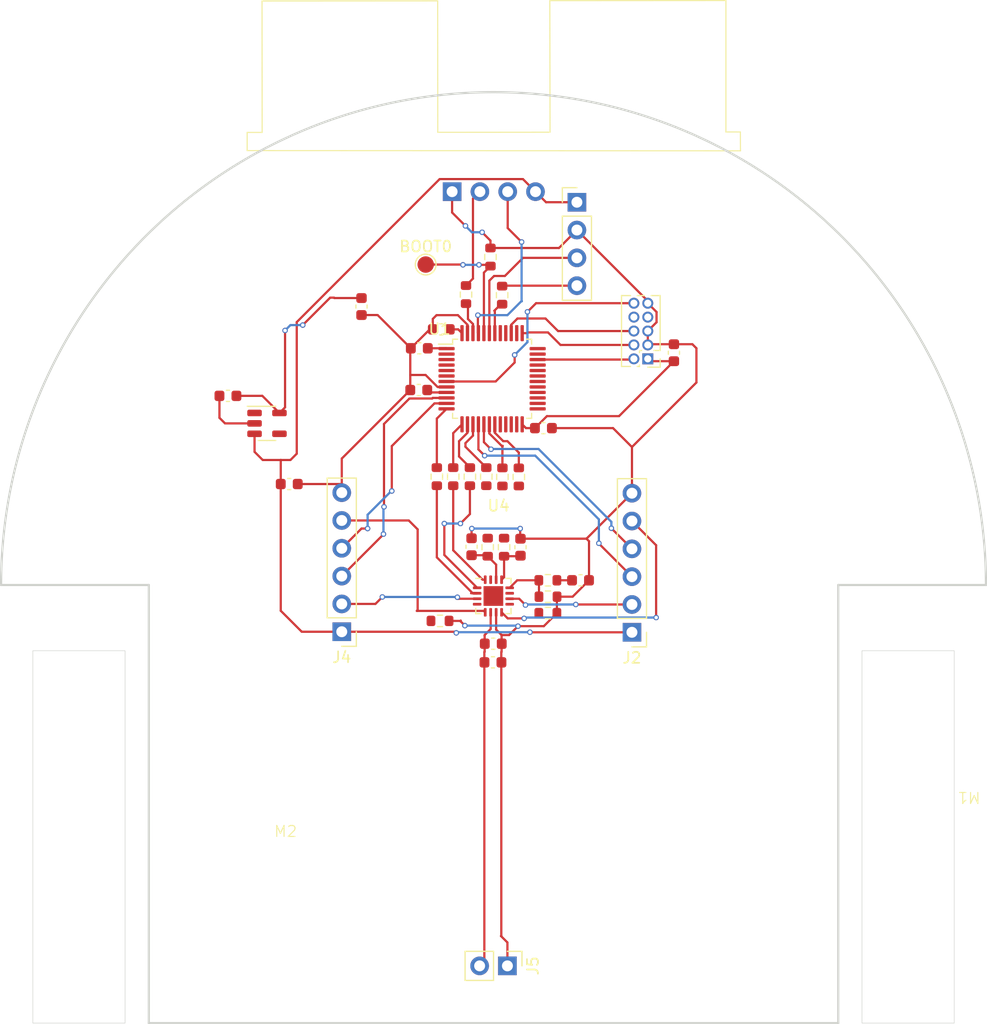
<source format=kicad_pcb>
(kicad_pcb (version 20221018) (generator pcbnew)
  (layers (0 "F.Cu" signal) (31 "B.Cu" signal) (34 "B.Paste" user) (35 "F.Paste" user) (36 "B.SilkS" user "B.Silkscreen") (37 "F.SilkS" user "F.Silkscreen") (38 "B.Mask" user) (39 "F.Mask" user) (44 "Edge.Cuts" user))
  (net 0 "")
  (net 1 "+3.3V")
  (net 2 "GND")
  (net 3 "+BATT")
  (net 4 "Net-(C9-Pad1)")
  (net 5 "/mcu/IN_B2")
  (net 6 "/motorA/MA")
  (net 7 "/mcu/BOOT0")
  (net 8 "Net-(U1-PA2)")
  (net 9 "/mcu/TIM15_CH1")
  (net 10 "Net-(U1-PA3)")
  (net 11 "/mcu/TIM15_CH2")
  (net 12 "Net-(U1-PA4)")
  (net 13 "/mcu/OUT_A4")
  (net 14 "Net-(U1-PA5)")
  (net 15 "/mcu/OUT_A5")
  (net 16 "/mcu/OUT_B0")
  (net 17 "Net-(U1-PB0)")
  (net 18 "/mcu/OUT_B1")
  (net 19 "Net-(U1-PB1)")
  (net 20 "Net-(U1-PB6)")
  (net 21 "/mcu/OUT_B9")
  (net 22 "Net-(U1-PB9)")
  (net 23 "/mcu/TIM3_CH1")
  (net 24 "/mcu/TIM2_CH1")
  (net 25 "/mcu/TIM3_CH2")
  (net 26 "/mcu/TIM2_CH2")
  (net 27 "/mcu/TIM8_CH2")
  (net 33 "/mcu/~{RESET}")
  (net 45 "/mcu/SWDIO")
  (net 48 "/mcu/SWDCLK")
  (net 50 "/mcu/SWO")
  (net 55 "/motorA/MB")
  (net 56 "/external_uart/EXT_UART_TX")
  (net 57 "/external_uart/EXT_UART_RX")
  (net 58 "/motorB/MA")
  (net 59 "/motorB/MB")
  (net 60 "Net-(U4-TOFF)")
  (net 61 "Net-(U4-SENSEB)")
  (net 62 "Net-(U4-SENSEA)")
  (footprint "Package_QFP:LQFP-48_7x7mm_P0.5mm" (layer "F.Cu") (at 149.8699 81.1666)
    (fp_text reference "U1")
    (fp_text value "STM32F030C8Tx" hide)
  )
  (footprint "Resistor_SMD:R_0603_1608Metric" (layer "F.Cu") (at 149.7206 70.0534 90)
    (fp_text reference "R1" hide)
    (fp_text value "10k" hide)
  )
  (footprint "minimouse:N20_with_encoder" (layer "F.Cu") (at 131 123)
    (fp_text reference "M2")
    (fp_text value "N20_encoder")
    (fp_rect (start -23.1 -17) (end -14.67 17) (stroke (width 0.05)) (fill none) (layer "Edge.Cuts"))
  )
  (footprint "Resistor_SMD:R_0603_1608Metric" (layer "F.Cu") (at 154.9662 99.5682)
    (fp_text reference "R10" hide)
    (fp_text value "10k" hide)
  )
  (footprint "TestPoint:TestPoint_Pad_D1.5mm" (layer "F.Cu") (at 143.8024 70.7392)
    (fp_text reference "BOOT0")
    (fp_text value "TestPoint")
  )
  (footprint "Resistor_SMD:R_0603_1608Metric" (layer "F.Cu") (at 147.841 90.1072 -90)
    (fp_text reference "R4" hide)
    (fp_text value "100" hide)
  )
  (footprint "Capacitor_SMD:C_0603_1608Metric" (layer "F.Cu") (at 154.559 85.6744)
    (fp_text reference "C4" hide)
    (fp_text value "0.1uF" hide)
  )
  (footprint "Resistor_SMD:R_0603_1608Metric" (layer "F.Cu") (at 147.4854 73.4824 -90)
    (fp_text reference "R9" hide)
    (fp_text value "100" hide)
  )
  (footprint "Package_DFN_QFN:VQFN-16-1EP_3x3mm_P0.5mm_EP1.8x1.8mm" (layer "F.Cu") (at 149.9889 101.004)
    (fp_text reference "U4")
    (fp_text value "STSPIN240" hide)
  )
  (footprint "Capacitor_SMD:C_0603_1608Metric" (layer "F.Cu") (at 147.9934 96.5072 90)
    (fp_text reference "C11" hide)
    (fp_text value "1n")
  )
  (footprint "Resistor_SMD:R_0603_1608Metric" (layer "F.Cu") (at 145.11 103.2766)
    (fp_text reference "R13" hide)
    (fp_text value "330m" hide)
  )
  (footprint "Capacitor_SMD:C_0603_1608Metric" (layer "F.Cu") (at 149.9492 107.0612)
    (fp_text reference "C14" hide)
    (fp_text value "22u" hide)
  )
  (footprint "minimouse:HC-SR04" (layer "F.Cu") (at 150.0254 64.0844)
    (fp_text reference "U2" hide)
    (fp_text value "HC-SR04" hide)
  )
  (footprint "Capacitor_SMD:C_0603_1608Metric" (layer "F.Cu") (at 143.2182 78.3846 180)
    (fp_text reference "C5" hide)
    (fp_text value "0.1uF" hide)
  )
  (footprint "minimouse:N20_with_encoder" (layer "F.Cu") (at 169 123 180)
    (fp_text reference "M1")
    (fp_text value "N20_encoder")
    (fp_rect (start -23.1 -17) (end -14.67 17) (stroke (width 0.05)) (fill none) (layer "Edge.Cuts"))
  )
  (footprint "Connector_PinHeader_2.54mm:PinHeader_1x02_P2.54mm_Vertical" (layer "F.Cu") (at 151.27 134.775 -90)
    (fp_text reference "J5")
    (fp_text value "Conn_01x02")
  )
  (footprint "Resistor_SMD:R_0603_1608Metric" (layer "F.Cu") (at 150.9652 96.5456 -90)
    (fp_text reference "R14" hide)
    (fp_text value "18k" hide)
  )
  (footprint "Capacitor_SMD:C_0603_1608Metric" (layer "F.Cu") (at 143.1674 82.1946 180)
    (fp_text reference "C3" hide)
    (fp_text value "0.1uF" hide)
  )
  (footprint "Capacitor_SMD:C_0603_1608Metric" (layer "F.Cu") (at 152.4638 96.5456 -90)
    (fp_text reference "C10" hide)
    (fp_text value "10u" hide)
  )
  (footprint "Resistor_SMD:R_0603_1608Metric" (layer "F.Cu") (at 150.7874 73.5332 -90)
    (fp_text reference "R8" hide)
    (fp_text value "100" hide)
  )
  (footprint "Resistor_SMD:R_0603_1608Metric" (layer "F.Cu") (at 152.3114 90.1326 90)
    (fp_text reference "R7" hide)
    (fp_text value "100" hide)
  )
  (footprint "Resistor_SMD:R_0603_1608Metric" (layer "F.Cu") (at 144.8184 90.1072 -90)
    (fp_text reference "R2" hide)
    (fp_text value "100" hide)
  )
  (footprint "Capacitor_SMD:C_0603_1608Metric" (layer "F.Cu") (at 149.9746 105.3594)
    (fp_text reference "C12" hide)
    (fp_text value "2.2u" hide)
  )
  (footprint "Package_TO_SOT_SMD:SOT-23-5" (layer "F.Cu") (at 129.299 85.2426)
    (fp_text reference "U5" hide)
    (fp_text value "LP5907MFX-3.3" hide)
  )
  (footprint "Resistor_SMD:R_0603_1608Metric" (layer "F.Cu") (at 146.317 90.1072 -90)
    (fp_text reference "R3" hide)
    (fp_text value "100" hide)
  )
  (footprint "Capacitor_SMD:C_0603_1608Metric" (layer "F.Cu") (at 131.331 90.7798 180)
    (fp_text reference "C7" hide)
    (fp_text value "1uF" hide)
  )
  (footprint "Capacitor_SMD:C_0603_1608Metric" (layer "F.Cu") (at 125.73 82.728 180)
    (fp_text reference "C2" hide)
    (fp_text value "0.1uF" hide)
  )
  (footprint "Capacitor_SMD:C_0603_1608Metric" (layer "F.Cu") (at 166.4846 78.791 90)
    (fp_text reference "C1" hide)
    (fp_text value "2.2uF" hide)
  )
  (footprint "Resistor_SMD:R_0603_1608Metric" (layer "F.Cu") (at 149.3396 90.1072 -90)
    (fp_text reference "R5" hide)
    (fp_text value "100" hide)
  )
  (footprint "Connector_PinHeader_2.54mm:PinHeader_1x04_P2.54mm_Vertical" (layer "F.Cu") (at 157.62 65.0496)
    (fp_text reference "J3" hide)
    (fp_text value "Conn_01x04" hide)
  )
  (footprint "Connector_PinHeader_1.27mm:PinHeader_2x05_P1.27mm_Vertical" (layer "F.Cu") (at 164.097 79.3498 180)
    (fp_text reference "J1" hide)
    (fp_text value "Conn_ARM_JTAG_SWD_10" hide)
  )
  (footprint "Resistor_SMD:R_0603_1608Metric" (layer "F.Cu") (at 154.9784 101.0668)
    (fp_text reference "R11" hide)
    (fp_text value "47k" hide)
  )
  (footprint "Capacitor_SMD:C_0603_1608Metric" (layer "F.Cu") (at 145.2248 76.6574)
    (fp_text reference "C8" hide)
    (fp_text value "1uF" hide)
  )
  (footprint "Capacitor_SMD:C_0603_1608Metric" (layer "F.Cu") (at 137.935 74.5746 -90)
    (fp_text reference "C6" hide)
    (fp_text value "2.2uF" hide)
  )
  (footprint "Capacitor_SMD:C_0603_1608Metric" (layer "F.Cu") (at 157.9504 99.5682)
    (fp_text reference "C9" hide)
    (fp_text value "22u" hide)
  )
  (footprint "Connector_PinHeader_2.54mm:PinHeader_1x06_P2.54mm_Vertical" (layer "F.Cu") (at 162.6492 104.318 180)
    (fp_text reference "J2")
    (fp_text value "Conn_01x06")
  )
  (footprint "Resistor_SMD:R_0603_1608Metric" (layer "F.Cu") (at 154.9652 102.5654)
    (fp_text reference "R12" hide)
    (fp_text value "330m" hide)
  )
  (footprint "Connector_PinHeader_2.54mm:PinHeader_1x06_P2.54mm_Vertical" (layer "F.Cu") (at 136.1316 104.2672 180)
    (fp_text reference "J4")
    (fp_text value "Conn_01x06")
  )
  (footprint "Resistor_SMD:R_0603_1608Metric" (layer "F.Cu") (at 149.4666 96.5456 -90)
    (fp_text reference "R15" hide)
    (fp_text value "18k" hide)
  )
  (footprint "Resistor_SMD:R_0603_1608Metric" (layer "F.Cu") (at 150.8128 90.1326 90)
    (fp_text reference "R6" hide)
    (fp_text value "100" hide)
  )
  (gr_arc (start 105 100) (mid 150 55) (end 195 100) (stroke (width 0.2)) (layer "Edge.Cuts"))
  (gr_line (start 181.5 140) (end 118.5 140) (stroke (width 0.2)) (layer "Edge.Cuts"))
  (gr_line (start 118.5 100) (end 105 100) (stroke (width 0.2)) (layer "Edge.Cuts"))
  (gr_line (start 181.5 100) (end 181.5 140) (stroke (width 0.2)) (layer "Edge.Cuts"))
  (gr_line (start 195 100) (end 181.5 100) (stroke (width 0.2)) (layer "Edge.Cuts"))
  (gr_line (start 118.5 140) (end 118.5 100) (stroke (width 0.2)) (layer "Edge.Cuts"))
  (segment (start 152.9652 85.6744) (end 152.6199 85.3291) (width 0.2) (layer "F.Cu") (net 1))
  (segment (start 135.4582 73.7996) (end 135.4204 73.7618) (width 0.2) (layer "F.Cu") (net 1))
  (segment (start 137.935 73.7996) (end 135.4582 73.7996) (width 0.2) (layer "F.Cu") (net 1))
  (segment (start 143.9932 78.3846) (end 145.6754 78.3846) (width 0.2) (layer "F.Cu") (net 1))
  (segment (start 145.7074 82.4166) (end 144.1644 82.4166) (width 0.2) (layer "F.Cu") (net 1))
  (segment (start 164.3132 79.566) (end 164.097 79.3498) (width 0.2) (layer "F.Cu") (net 1))
  (segment (start 161.4684 84.5822) (end 154.8762 84.5822) (width 0.2) (layer "F.Cu") (net 1))
  (segment (start 153.784 85.6744) (end 152.9652 85.6744) (width 0.2) (layer "F.Cu") (net 1))
  (segment (start 166.4846 79.566) (end 164.3132 79.566) (width 0.2) (layer "F.Cu") (net 1))
  (segment (start 135.072899 73.7618) (end 132.5663 76.268399) (width 0.2) (layer "F.Cu") (net 1))
  (segment (start 144.1644 82.4166) (end 143.9424 82.1946) (width 0.2) (layer "F.Cu") (net 1))
  (segment (start 145.6754 78.3846) (end 145.7074 78.4166) (width 0.2) (layer "F.Cu") (net 1))
  (segment (start 145.9998 76.6574) (end 146.7732 76.6574) (width 0.2) (layer "F.Cu") (net 1))
  (segment (start 128.8719 82.728) (end 130.4365 84.2926) (width 0.2) (layer "F.Cu") (net 1))
  (segment (start 126.505 82.728) (end 128.8719 82.728) (width 0.2) (layer "F.Cu") (net 1))
  (segment (start 130.95 83.7791) (end 130.4365 84.2926) (width 0.2) (layer "F.Cu") (net 1))
  (segment (start 130.95 76.759) (end 130.95 83.7791) (width 0.2) (layer "F.Cu") (net 1))
  (segment (start 145.7008 82.4232) (end 145.7074 82.4166) (width 0.2) (layer "F.Cu") (net 1))
  (segment (start 166.4846 79.566) (end 161.4684 84.5822) (width 0.2) (layer "F.Cu") (net 1))
  (segment (start 146.7732 76.6574) (end 147.1199 77.0041) (width 0.2) (layer "F.Cu") (net 1))
  (segment (start 154.8762 84.5822) (end 153.784 85.6744) (width 0.2) (layer "F.Cu") (net 1))
  (segment (start 135.4204 73.7618) (end 135.072899 73.7618) (width 0.2) (layer "F.Cu") (net 1))
  (via (at 130.95 76.759) (size 0.5) (drill 0.3) (layers "F.Cu" "B.Cu") (net 1))
  (via (at 132.5663 76.268399) (size 0.5) (drill 0.3) (layers "F.Cu" "B.Cu") (net 1))
  (segment (start 132.5663 76.268399) (end 131.440601 76.268399) (width 0.2) (layer "B.Cu") (net 1))
  (segment (start 131.440601 76.268399) (end 130.95 76.759) (width 0.2) (layer "B.Cu") (net 1))
  (segment (start 157.62 67.5896) (end 164.097 74.0666) (width 0.2) (layer "F.Cu") (net 2))
  (segment (start 144.4498 76.6574) (end 144.1704 76.6574) (width 0.2) (layer "F.Cu") (net 2))
  (segment (start 155.7902 102.5654) (end 155.7902 101.08) (width 0.2) (layer "F.Cu") (net 2))
  (segment (start 150.7372 106.0954) (end 150.7112 106.1214) (width 0.2) (layer "F.Cu") (net 2))
  (segment (start 143.794496 80.823) (end 142.3924 80.823) (width 0.2) (layer "F.Cu") (net 2))
  (segment (start 142.3924 82.1946) (end 136.1316 88.4554) (width 0.2) (layer "F.Cu") (net 2))
  (segment (start 158.7254 99.5682) (end 158.7254 95.9994) (width 0.2) (layer "F.Cu") (net 2))
  (segment (start 142.3924 78.4354) (end 142.4432 78.3846) (width 0.2) (layer "F.Cu") (net 2))
  (segment (start 150.7112 132.0294) (end 150.7112 106.1214) (width 0.2) (layer "F.Cu") (net 2))
  (segment (start 164.897 75.0698) (end 164.097 74.2698) (width 0.2) (layer "F.Cu") (net 2))
  (segment (start 149.7206 69.2284) (end 155.9812 69.2284) (width 0.2) (layer "F.Cu") (net 2))
  (segment (start 150.7372 104.572) (end 150.7372 106.0954) (width 0.2) (layer "F.Cu") (net 2))
  (segment (start 150.7372 104.572) (end 150.2389 104.0737) (width 0.2) (layer "F.Cu") (net 2))
  (segment (start 132.106 90.7798) (end 136.0808 90.7798) (width 0.2) (layer "F.Cu") (net 2))
  (segment (start 150.2389 104.0737) (end 150.2389 102.4915) (width 0.2) (layer "F.Cu") (net 2))
  (segment (start 146.9774 103.2766) (end 145.935 103.2766) (width 0.2) (layer "F.Cu") (net 2))
  (segment (start 166.4846 78.016) (end 164.1608 78.016) (width 0.2) (layer "F.Cu") (net 2))
  (segment (start 168.542 81.5088) (end 162.6492 87.4016) (width 0.2) (layer "F.Cu") (net 2))
  (segment (start 146.74771 75.362) (end 147.6199 76.23419) (width 0.2) (layer "F.Cu") (net 2))
  (segment (start 158.4966 95.7706) (end 162.6492 91.618) (width 0.2) (layer "F.Cu") (net 2))
  (segment (start 160.922 85.6744) (end 155.334 85.6744) (width 0.2) (layer "F.Cu") (net 2))
  (segment (start 139.4082 75.3496) (end 142.4432 78.3846) (width 0.2) (layer "F.Cu") (net 2))
  (segment (start 144.4498 76.6574) (end 144.4498 75.7052) (width 0.2) (layer "F.Cu") (net 2))
  (segment (start 146.2154 65.9894) (end 146.2154 64.0844) (width 0.2) (layer "F.Cu") (net 2))
  (segment (start 147.9934 95.7322) (end 147.9934 94.8692) (width 0.2) (layer "F.Cu") (net 2))
  (segment (start 125.4636 85.2426) (end 128.1615 85.2426) (width 0.2) (layer "F.Cu") (net 2))
  (segment (start 149.7206 69.2284) (end 149.7206 68.5548) (width 0.2) (layer "F.Cu") (net 2))
  (segment (start 158.7254 99.5682) (end 157.2268 101.0668) (width 0.2) (layer "F.Cu") (net 2))
  (segment (start 136.0808 90.7798) (end 136.1316 90.8306) (width 0.2) (layer "F.Cu") (net 2))
  (segment (start 155.9812 69.2284) (end 157.62 67.5896) (width 0.2) (layer "F.Cu") (net 2))
  (segment (start 158.7254 95.9994) (end 158.4966 95.7706) (width 0.2) (layer "F.Cu") (net 2))
  (segment (start 144.793 75.362) (end 146.74771 75.362) (width 0.2) (layer "F.Cu") (net 2))
  (segment (start 151.27 132.639) (end 150.6858 132.0548) (width 0.2) (layer "F.Cu") (net 2))
  (segment (start 154.5964 103.7592) (end 155.7902 102.5654) (width 0.2) (layer "F.Cu") (net 2))
  (segment (start 155.7902 101.08) (end 155.8034 101.0668) (width 0.2) (layer "F.Cu") (net 2))
  (segment (start 149.7206 68.5548) (end 148.9586 67.7928) (width 0.2) (layer "F.Cu") (net 2))
  (segment (start 152.2352 103.7592) (end 154.5964 103.7592) (width 0.2) (layer "F.Cu") (net 2))
  (segment (start 157.2268 101.0668) (end 155.8034 101.0668) (width 0.2) (layer "F.Cu") (net 2))
  (segment (start 164.1608 78.016) (end 164.097 78.0798) (width 0.2) (layer "F.Cu") (net 2))
  (segment (start 144.888096 81.9166) (end 143.794496 80.823) (width 0.2) (layer "F.Cu") (net 2))
  (segment (start 164.097 76.8098) (end 164.897 76.0098) (width 0.2) (layer "F.Cu") (net 2))
  (segment (start 166.4846 78.016) (end 168.1734 78.016) (width 0.2) (layer "F.Cu") (net 2))
  (segment (start 145.7074 81.9166) (end 144.888096 81.9166) (width 0.2) (layer "F.Cu") (net 2))
  (segment (start 152.4638 95.7706) (end 158.4966 95.7706) (width 0.2) (layer "F.Cu") (net 2))
  (segment (start 151.4224 104.572) (end 152.2352 103.7592) (width 0.2) (layer "F.Cu") (net 2))
  (segment (start 164.097 78.0798) (end 164.097 76.8098) (width 0.2) (layer "F.Cu") (net 2))
  (segment (start 152.4384 95.7452) (end 152.4638 95.7706) (width 0.2) (layer "F.Cu") (net 2))
  (segment (start 162.6492 91.618) (end 162.6492 87.4016) (width 0.2) (layer "F.Cu") (net 2))
  (segment (start 142.3924 82.1946) (end 142.3924 80.823) (width 0.2) (layer "F.Cu") (net 2))
  (segment (start 124.955 82.728) (end 124.955 84.734) (width 0.2) (layer "F.Cu") (net 2))
  (segment (start 162.6492 87.4016) (end 160.922 85.6744) (width 0.2) (layer "F.Cu") (net 2))
  (segment (start 124.955 84.734) (end 125.4636 85.2426) (width 0.2) (layer "F.Cu") (net 2))
  (segment (start 147.9934 94.8692) (end 148.0188 94.8438) (width 0.2) (layer "F.Cu") (net 2))
  (segment (start 164.897 76.0098) (end 164.897 75.0698) (width 0.2) (layer "F.Cu") (net 2))
  (segment (start 144.4498 75.7052) (end 144.793 75.362) (width 0.2) (layer "F.Cu") (net 2))
  (segment (start 147.4346 67.2086) (end 146.2154 65.9894) (width 0.2) (layer "F.Cu") (net 2))
  (segment (start 150.6858 132.0548) (end 150.7112 132.0294) (width 0.2) (layer "F.Cu") (net 2))
  (segment (start 136.1316 88.4554) (end 136.1316 91.5672) (width 0.2) (layer "F.Cu") (net 2))
  (segment (start 144.1704 76.6574) (end 142.4432 78.3846) (width 0.2) (layer "F.Cu") (net 2))
  (segment (start 168.1734 78.016) (end 168.542 78.3846) (width 0.2) (layer "F.Cu") (net 2))
  (segment (start 152.4384 94.8438) (end 152.4384 95.7452) (width 0.2) (layer "F.Cu") (net 2))
  (segment (start 137.935 75.3496) (end 139.4082 75.3496) (width 0.2) (layer "F.Cu") (net 2))
  (segment (start 147.0028 103.2512) (end 146.9774 103.2766) (width 0.2) (layer "F.Cu") (net 2))
  (segment (start 164.097 74.0666) (end 164.097 74.2698) (width 0.2) (layer "F.Cu") (net 2))
  (segment (start 147.0028 103.3274) (end 147.0028 103.2512) (width 0.2) (layer "F.Cu") (net 2))
  (segment (start 147.6199 76.23419) (end 147.6199 77.0041) (width 0.2) (layer "F.Cu") (net 2))
  (segment (start 142.3924 80.823) (end 142.3924 78.4354) (width 0.2) (layer "F.Cu") (net 2))
  (segment (start 168.542 78.3846) (end 168.542 81.5088) (width 0.2) (layer "F.Cu") (net 2))
  (segment (start 150.7372 104.572) (end 151.4224 104.572) (width 0.2) (layer "F.Cu") (net 2))
  (segment (start 147.3838 103.7084) (end 147.0028 103.3274) (width 0.2) (layer "F.Cu") (net 2))
  (segment (start 151.27 134.775) (end 151.27 132.639) (width 0.2) (layer "F.Cu") (net 2))
  (via (at 147.3838 103.7084) (size 0.5) (drill 0.3) (layers "F.Cu" "B.Cu") (net 2))
  (via (at 152.4384 94.8438) (size 0.5) (drill 0.3) (layers "F.Cu" "B.Cu") (net 2))
  (via (at 148.0188 94.8438) (size 0.5) (drill 0.3) (layers "F.Cu" "B.Cu") (net 2))
  (via (at 152.2352 103.7592) (size 0.5) (drill 0.3) (layers "F.Cu" "B.Cu") (net 2))
  (via (at 147.4346 67.2086) (size 0.5) (drill 0.3) (layers "F.Cu" "B.Cu") (net 2))
  (via (at 148.9586 67.7928) (size 0.5) (drill 0.3) (layers "F.Cu" "B.Cu") (net 2))
  (segment (start 148.0188 94.8438) (end 152.4384 94.8438) (width 0.2) (layer "B.Cu") (net 2))
  (segment (start 148.9586 67.7928) (end 148.0188 67.7928) (width 0.2) (layer "B.Cu") (net 2))
  (segment (start 148.0188 67.7928) (end 147.4346 67.2086) (width 0.2) (layer "B.Cu") (net 2))
  (segment (start 147.3838 103.7084) (end 152.1844 103.7084) (width 0.2) (layer "B.Cu") (net 2))
  (segment (start 152.1844 103.7084) (end 152.2352 103.7592) (width 0.2) (layer "B.Cu") (net 2))
  (segment (start 128.1615 86.1926) (end 128.1615 87.8389) (width 0.2) (layer "F.Cu") (net 3))
  (segment (start 157.62 65.0496) (end 154.8006 65.0496) (width 0.2) (layer "F.Cu") (net 3))
  (segment (start 130.556 102.3492) (end 130.556 90.7798) (width 0.2) (layer "F.Cu") (net 3))
  (segment (start 136.1316 104.2672) (end 132.474 104.2672) (width 0.2) (layer "F.Cu") (net 3))
  (segment (start 153.8354 64.0844) (end 152.6854 62.9344) (width 0.2) (layer "F.Cu") (net 3))
  (segment (start 153.3362 104.318) (end 162.6492 104.318) (width 0.2) (layer "F.Cu") (net 3))
  (segment (start 136.1316 104.2672) (end 146.4948 104.2672) (width 0.2) (layer "F.Cu") (net 3))
  (segment (start 132.0168 88.0112) (end 131.4409 88.5871) (width 0.2) (layer "F.Cu") (net 3))
  (segment (start 149.1872 104.572) (end 149.7389 104.0203) (width 0.2) (layer "F.Cu") (net 3))
  (segment (start 128.9097 88.5871) (end 130.556 88.5871) (width 0.2) (layer "F.Cu") (net 3))
  (segment (start 149.1872 106.0954) (end 149.1612 106.1214) (width 0.2) (layer "F.Cu") (net 3))
  (segment (start 145.0794 62.9344) (end 132.0168 75.997) (width 0.2) (layer "F.Cu") (net 3))
  (segment (start 149.1612 134.3438) (end 148.73 134.775) (width 0.2) (layer "F.Cu") (net 3))
  (segment (start 154.8006 65.0496) (end 153.8354 64.0844) (width 0.2) (layer "F.Cu") (net 3))
  (segment (start 149.1872 104.572) (end 149.1872 106.0954) (width 0.2) (layer "F.Cu") (net 3))
  (segment (start 152.6854 62.9344) (end 145.0794 62.9344) (width 0.2) (layer "F.Cu") (net 3))
  (segment (start 146.4948 104.2672) (end 146.5964 104.3688) (width 0.2) (layer "F.Cu") (net 3))
  (segment (start 131.4409 88.5871) (end 130.556 88.5871) (width 0.2) (layer "F.Cu") (net 3))
  (segment (start 149.1612 106.1214) (end 149.1612 134.3438) (width 0.2) (layer "F.Cu") (net 3))
  (segment (start 149.7389 104.0203) (end 149.7389 102.4915) (width 0.2) (layer "F.Cu") (net 3))
  (segment (start 153.3274 104.3092) (end 153.3362 104.318) (width 0.2) (layer "F.Cu") (net 3))
  (segment (start 130.556 88.5871) (end 130.556 90.7798) (width 0.2) (layer "F.Cu") (net 3))
  (segment (start 132.474 104.2672) (end 130.556 102.3492) (width 0.2) (layer "F.Cu") (net 3))
  (segment (start 128.1615 87.8389) (end 128.9097 88.5871) (width 0.2) (layer "F.Cu") (net 3))
  (segment (start 132.0168 75.997) (end 132.0168 88.0112) (width 0.2) (layer "F.Cu") (net 3))
  (via (at 146.5964 104.3688) (size 0.5) (drill 0.3) (layers "F.Cu" "B.Cu") (net 3))
  (via (at 153.3274 104.3092) (size 0.5) (drill 0.3) (layers "F.Cu" "B.Cu") (net 3))
  (segment (start 146.656 104.3092) (end 146.5964 104.3688) (width 0.2) (layer "B.Cu") (net 3))
  (segment (start 153.3274 104.3092) (end 146.656 104.3092) (width 0.2) (layer "B.Cu") (net 3))
  (segment (start 155.7912 99.5682) (end 157.1754 99.5682) (width 0.2) (layer "F.Cu") (net 4))
  (segment (start 150.9652 97.3706) (end 150.9652 99.2902) (width 0.2) (layer "F.Cu") (net 5))
  (segment (start 150.9652 99.2902) (end 150.7389 99.5165) (width 0.2) (layer "F.Cu") (net 5))
  (segment (start 150.9652 97.3706) (end 152.4138 97.3706) (width 0.2) (layer "F.Cu") (net 5))
  (segment (start 152.4138 97.3706) (end 152.4638 97.3206) (width 0.2) (layer "F.Cu") (net 5))
  (segment (start 162.6492 101.778) (end 157.5184 101.778) (width 0.2) (layer "F.Cu") (net 6))
  (segment (start 152.3462 101.254) (end 151.4764 101.254) (width 0.2) (layer "F.Cu") (net 6))
  (segment (start 152.921 101.8288) (end 152.3462 101.254) (width 0.2) (layer "F.Cu") (net 6))
  (via (at 152.921 101.8288) (size 0.5) (drill 0.3) (layers "F.Cu" "B.Cu") (net 6))
  (via (at 157.5184 101.778) (size 0.5) (drill 0.3) (layers "F.Cu" "B.Cu") (net 6))
  (segment (start 157.5184 101.778) (end 152.9718 101.778) (width 0.2) (layer "B.Cu") (net 6))
  (segment (start 152.9718 101.778) (end 152.921 101.8288) (width 0.2) (layer "B.Cu") (net 6))
  (segment (start 149.7206 70.8784) (end 149.1199 71.4791) (width 0.2) (layer "F.Cu") (net 7))
  (segment (start 148.6699 70.7646) (end 149.3782 70.7646) (width 0.2) (layer "F.Cu") (net 7))
  (segment (start 149.1199 71.4791) (end 149.1199 77.0041) (width 0.2) (layer "F.Cu") (net 7))
  (segment (start 143.8024 70.7392) (end 147.1806 70.7392) (width 0.2) (layer "F.Cu") (net 7))
  (segment (start 147.1806 70.7392) (end 147.206 70.7646) (width 0.2) (layer "F.Cu") (net 7))
  (segment (start 149.3782 70.7646) (end 149.492 70.8784) (width 0.2) (layer "F.Cu") (net 7))
  (via (at 147.206 70.7646) (size 0.5) (drill 0.3) (layers "F.Cu" "B.Cu") (net 7))
  (via (at 148.6699 70.7646) (size 0.5) (drill 0.3) (layers "F.Cu" "B.Cu") (net 7))
  (segment (start 147.206 70.7646) (end 148.6699 70.7646) (width 0.2) (layer "B.Cu") (net 7))
  (segment (start 144.8184 84.8056) (end 145.7074 83.9166) (width 0.2) (layer "F.Cu") (net 8))
  (segment (start 144.8184 89.2822) (end 144.8184 84.8056) (width 0.2) (layer "F.Cu") (net 8))
  (segment (start 148.099514 100.754) (end 148.5014 100.754) (width 0.2) (layer "F.Cu") (net 9))
  (segment (start 147.949514 100.754) (end 148.5014 100.754) (width 0.2) (layer "F.Cu") (net 9))
  (segment (start 144.8184 97.472886) (end 148.099514 100.754) (width 0.2) (layer "F.Cu") (net 9))
  (segment (start 144.8184 90.9322) (end 144.8184 97.472886) (width 0.2) (layer "F.Cu") (net 9))
  (segment (start 146.317 89.2822) (end 146.317 86.132) (width 0.2) (layer "F.Cu") (net 10))
  (segment (start 146.317 86.132) (end 147.1199 85.3291) (width 0.2) (layer "F.Cu") (net 10))
  (segment (start 149.004004 99.5165) (end 149.2389 99.5165) (width 0.2) (layer "F.Cu") (net 11))
  (segment (start 146.317 96.829496) (end 149.004004 99.5165) (width 0.2) (layer "F.Cu") (net 11))
  (segment (start 146.317 90.9322) (end 146.317 96.829496) (width 0.2) (layer "F.Cu") (net 11))
  (segment (start 147.841 89.2822) (end 147.841 89.2558) (width 0.2) (layer "F.Cu") (net 12))
  (segment (start 146.8504 88.2652) (end 146.8504 86.86851) (width 0.2) (layer "F.Cu") (net 12))
  (segment (start 147.841 89.2558) (end 146.8504 88.2652) (width 0.2) (layer "F.Cu") (net 12))
  (segment (start 147.6199 86.09901) (end 147.6199 85.3291) (width 0.2) (layer "F.Cu") (net 12))
  (segment (start 146.8504 86.86851) (end 147.6199 86.09901) (width 0.2) (layer "F.Cu") (net 12))
  (segment (start 147.841 93.523) (end 146.9774 94.3866) (width 0.2) (layer "F.Cu") (net 13))
  (segment (start 145.5042 97.2568) (end 148.5014 100.254) (width 0.2) (layer "F.Cu") (net 13))
  (segment (start 147.841 90.9322) (end 147.841 93.523) (width 0.2) (layer "F.Cu") (net 13))
  (segment (start 145.5042 94.3866) (end 145.5042 97.2568) (width 0.2) (layer "F.Cu") (net 13))
  (via (at 145.5042 94.3866) (size 0.5) (drill 0.3) (layers "F.Cu" "B.Cu") (net 13))
  (via (at 146.9774 94.3866) (size 0.5) (drill 0.3) (layers "F.Cu" "B.Cu") (net 13))
  (segment (start 146.9774 94.3866) (end 145.5042 94.3866) (width 0.2) (layer "B.Cu") (net 13))
  (segment (start 147.4346 87.3772) (end 147.4346 87.046) (width 0.2) (layer "F.Cu") (net 14))
  (segment (start 147.4346 87.046) (end 148.1199 86.3607) (width 0.2) (layer "F.Cu") (net 14))
  (segment (start 149.3396 89.2822) (end 147.4346 87.3772) (width 0.2) (layer "F.Cu") (net 14))
  (segment (start 148.1199 86.3607) (end 148.1199 85.3291) (width 0.2) (layer "F.Cu") (net 14))
  (segment (start 150.2389 98.1429) (end 150.2389 99.5165) (width 0.2) (layer "F.Cu") (net 16))
  (segment (start 147.9934 97.2822) (end 149.3782 97.2822) (width 0.2) (layer "F.Cu") (net 16))
  (segment (start 149.4666 97.3706) (end 150.2389 98.1429) (width 0.2) (layer "F.Cu") (net 16))
  (segment (start 149.3782 97.2822) (end 149.4666 97.3706) (width 0.2) (layer "F.Cu") (net 16))
  (segment (start 150.8128 89.3076) (end 150.8128 87.3254) (width 0.2) (layer "F.Cu") (net 17))
  (segment (start 150.8382 87.3) (end 150.755204 87.3) (width 0.2) (layer "F.Cu") (net 17))
  (segment (start 149.6199 86.164696) (end 149.6199 85.3291) (width 0.2) (layer "F.Cu") (net 17))
  (segment (start 150.8128 87.3254) (end 150.8382 87.3) (width 0.2) (layer "F.Cu") (net 17))
  (segment (start 150.755204 87.3) (end 149.6199 86.164696) (width 0.2) (layer "F.Cu") (net 17))
  (segment (start 152.3114 87.9096) (end 151.27 86.8682) (width 0.2) (layer "F.Cu") (net 19))
  (segment (start 150.1199 86.09901) (end 150.1199 85.3291) (width 0.2) (layer "F.Cu") (net 19))
  (segment (start 151.27 86.8682) (end 150.88909 86.8682) (width 0.2) (layer "F.Cu") (net 19))
  (segment (start 152.3114 89.3076) (end 152.3114 87.9096) (width 0.2) (layer "F.Cu") (net 19))
  (segment (start 150.88909 86.8682) (end 150.1199 86.09901) (width 0.2) (layer "F.Cu") (net 19))
  (segment (start 150.1199 74.9993) (end 150.1199 77.0041) (width 0.2) (layer "F.Cu") (net 20))
  (segment (start 150.0762 74.9556) (end 150.1199 74.9993) (width 0.2) (layer "F.Cu") (net 20))
  (segment (start 150.6736 74.3582) (end 150.0762 74.9556) (width 0.2) (layer "F.Cu") (net 20))
  (segment (start 150.7874 74.3582) (end 150.6736 74.3582) (width 0.2) (layer "F.Cu") (net 20))
  (segment (start 148.1204 64.7194) (end 148.7554 64.0844) (width 0.2) (layer "F.Cu") (net 21))
  (segment (start 147.4854 72.6574) (end 148.1204 72.0224) (width 0.2) (layer "F.Cu") (net 21))
  (segment (start 148.1204 72.0224) (end 148.1204 64.7194) (width 0.2) (layer "F.Cu") (net 21))
  (segment (start 148.1199 76.168504) (end 148.1199 77.0041) (width 0.2) (layer "F.Cu") (net 22))
  (segment (start 147.6632 74.4852) (end 147.6632 75.711804) (width 0.2) (layer "F.Cu") (net 22))
  (segment (start 147.4854 74.3074) (end 147.6632 74.4852) (width 0.2) (layer "F.Cu") (net 22))
  (segment (start 147.6632 75.711804) (end 148.1199 76.168504) (width 0.2) (layer "F.Cu") (net 22))
  (segment (start 162.6492 99.238) (end 159.6266 96.2154) (width 0.2) (layer "F.Cu") (net 23))
  (segment (start 148.6199 87.6217) (end 148.6199 85.3291) (width 0.2) (layer "F.Cu") (net 23))
  (segment (start 149.1872 88.189) (end 148.6199 87.6217) (width 0.2) (layer "F.Cu") (net 23))
  (segment (start 159.6266 96.2154) (end 159.6266 96.19) (width 0.2) (layer "F.Cu") (net 23))
  (via (at 159.6266 96.19) (size 0.5) (drill 0.3) (layers "F.Cu" "B.Cu") (net 23))
  (via (at 149.1872 88.189) (size 0.5) (drill 0.3) (layers "F.Cu" "B.Cu") (net 23))
  (segment (start 153.81 88.189) (end 149.1872 88.189) (width 0.2) (layer "B.Cu") (net 23))
  (segment (start 159.6266 94.0056) (end 153.81 88.189) (width 0.2) (layer "B.Cu") (net 23))
  (segment (start 159.6266 96.19) (end 159.6266 94.0056) (width 0.2) (layer "B.Cu") (net 23))
  (segment (start 139.9924 92.8626) (end 139.9924 85.2934) (width 0.2) (layer "F.Cu") (net 24))
  (segment (start 144.444096 82.9166) (end 145.7074 82.9166) (width 0.2) (layer "F.Cu") (net 24))
  (segment (start 144.391096 82.9696) (end 144.444096 82.9166) (width 0.2) (layer "F.Cu") (net 24))
  (segment (start 139.9416 95.3772) (end 139.9416 95.3518) (width 0.2) (layer "F.Cu") (net 24))
  (segment (start 139.9924 85.2934) (end 142.3162 82.9696) (width 0.2) (layer "F.Cu") (net 24))
  (segment (start 136.1316 99.1872) (end 139.9416 95.3772) (width 0.2) (layer "F.Cu") (net 24))
  (segment (start 142.3162 82.9696) (end 144.391096 82.9696) (width 0.2) (layer "F.Cu") (net 24))
  (via (at 139.9416 95.3518) (size 0.5) (drill 0.3) (layers "F.Cu" "B.Cu") (net 24))
  (via (at 139.9924 92.8626) (size 0.5) (drill 0.3) (layers "F.Cu" "B.Cu") (net 24))
  (segment (start 139.9416 95.3518) (end 139.9416 92.9134) (width 0.2) (layer "B.Cu") (net 24))
  (segment (start 139.9416 92.9134) (end 139.9924 92.8626) (width 0.2) (layer "B.Cu") (net 24))
  (segment (start 149.7714 87.6048) (end 149.1199 86.9533) (width 0.2) (layer "F.Cu") (net 25))
  (segment (start 149.1199 86.9533) (end 149.1199 85.3291) (width 0.2) (layer "F.Cu") (net 25))
  (segment (start 162.6492 96.698) (end 160.7696 94.8184) (width 0.2) (layer "F.Cu") (net 25))
  (via (at 160.7696 94.8184) (size 0.5) (drill 0.3) (layers "F.Cu" "B.Cu") (net 25))
  (via (at 149.7714 87.6048) (size 0.5) (drill 0.3) (layers "F.Cu" "B.Cu") (net 25))
  (segment (start 149.7714 87.6048) (end 149.7968 87.5794) (width 0.2) (layer "B.Cu") (net 25))
  (segment (start 154.1148 87.5794) (end 160.7696 94.2342) (width 0.2) (layer "B.Cu") (net 25))
  (segment (start 160.7696 94.2342) (end 160.7696 94.8184) (width 0.2) (layer "B.Cu") (net 25))
  (segment (start 149.7968 87.5794) (end 154.1148 87.5794) (width 0.2) (layer "B.Cu") (net 25))
  (segment (start 137.935 94.8438) (end 138.4938 94.8438) (width 0.2) (layer "F.Cu") (net 26))
  (segment (start 144.603782 83.4166) (end 145.7074 83.4166) (width 0.2) (layer "F.Cu") (net 26))
  (segment (start 136.1316 96.6472) (end 137.935 94.8438) (width 0.2) (layer "F.Cu") (net 26))
  (segment (start 140.7036 91.4148) (end 140.7036 87.316782) (width 0.2) (layer "F.Cu") (net 26))
  (segment (start 140.7036 87.316782) (end 144.603782 83.4166) (width 0.2) (layer "F.Cu") (net 26))
  (via (at 140.7036 91.4148) (size 0.5) (drill 0.3) (layers "F.Cu" "B.Cu") (net 26))
  (via (at 138.4938 94.8438) (size 0.5) (drill 0.3) (layers "F.Cu" "B.Cu") (net 26))
  (segment (start 138.4938 93.583382) (end 140.662382 91.4148) (width 0.2) (layer "B.Cu") (net 26))
  (segment (start 140.662382 91.4148) (end 140.7036 91.4148) (width 0.2) (layer "B.Cu") (net 26))
  (segment (start 138.4938 94.8438) (end 138.4938 93.583382) (width 0.2) (layer "B.Cu") (net 26))
  (segment (start 151.2954 67.4089) (end 152.5654 68.6789) (width 0.2) (layer "F.Cu") (net 27))
  (segment (start 148.5704 76.9546) (end 148.6199 77.0041) (width 0.2) (layer "F.Cu") (net 27))
  (segment (start 148.5704 75.362) (end 148.5704 76.9546) (width 0.2) (layer "F.Cu") (net 27))
  (segment (start 151.2954 64.0844) (end 151.2954 67.4089) (width 0.2) (layer "F.Cu") (net 27))
  (via (at 148.5704 75.362) (size 0.5) (drill 0.3) (layers "F.Cu" "B.Cu") (net 27))
  (via (at 152.5654 68.6789) (size 0.5) (drill 0.3) (layers "F.Cu" "B.Cu") (net 27))
  (segment (start 151.27 75.362) (end 148.5704 75.362) (width 0.2) (layer "B.Cu") (net 27))
  (segment (start 152.5654 74.0666) (end 151.27 75.362) (width 0.2) (layer "B.Cu") (net 27))
  (segment (start 152.5654 68.6789) (end 152.5654 74.0666) (width 0.2) (layer "B.Cu") (net 27))
  (segment (start 152.5654 74.0666) (end 152.5908 74.092) (width 0.2) (layer "B.Cu") (net 27))
  (segment (start 153.8862 74.2698) (end 153.0988 75.0572) (width 0.2) (layer "F.Cu") (net 33))
  (segment (start 151.9304 78.9942) (end 151.9304 79.681094) (width 0.2) (layer "F.Cu") (net 33))
  (segment (start 162.827 74.2698) (end 153.8862 74.2698) (width 0.2) (layer "F.Cu") (net 33))
  (segment (start 150.194894 81.4166) (end 145.7074 81.4166) (width 0.2) (layer "F.Cu") (net 33))
  (segment (start 151.9304 79.681094) (end 150.194894 81.4166) (width 0.2) (layer "F.Cu") (net 33))
  (via (at 153.0988 75.0572) (size 0.5) (drill 0.3) (layers "F.Cu" "B.Cu") (net 33))
  (via (at 151.9304 78.9942) (size 0.5) (drill 0.3) (layers "F.Cu" "B.Cu") (net 33))
  (segment (start 153.0988 77.8258) (end 153.0988 75.0572) (width 0.2) (layer "B.Cu") (net 33))
  (segment (start 151.9304 78.9942) (end 153.0988 77.8258) (width 0.2) (layer "B.Cu") (net 33))
  (segment (start 162.7602 79.4166) (end 154.0324 79.4166) (width 0.2) (layer "F.Cu") (net 45))
  (segment (start 162.827 79.3498) (end 162.7602 79.4166) (width 0.2) (layer "F.Cu") (net 45))
  (segment (start 162.827 78.0798) (end 156.1214 78.0798) (width 0.2) (layer "F.Cu") (net 48))
  (segment (start 156.1214 78.0798) (end 154.9784 76.9368) (width 0.2) (layer "F.Cu") (net 48))
  (segment (start 153.1496 76.9368) (end 153.0823 77.0041) (width 0.2) (layer "F.Cu") (net 48))
  (segment (start 154.9784 76.9368) (end 153.1496 76.9368) (width 0.2) (layer "F.Cu") (net 48))
  (segment (start 153.0823 77.0041) (end 152.6199 77.0041) (width 0.2) (layer "F.Cu") (net 48))
  (segment (start 155.8928 76.8098) (end 154.7498 75.6668) (width 0.2) (layer "F.Cu") (net 50))
  (segment (start 162.827 76.8098) (end 155.8928 76.8098) (width 0.2) (layer "F.Cu") (net 50))
  (segment (start 151.6199 76.23419) (end 151.6199 77.0041) (width 0.2) (layer "F.Cu") (net 50))
  (segment (start 154.7498 75.6668) (end 152.18729 75.6668) (width 0.2) (layer "F.Cu") (net 50))
  (segment (start 152.18729 75.6668) (end 151.6199 76.23419) (width 0.2) (layer "F.Cu") (net 50))
  (segment (start 151.2954 103.048) (end 150.7389 102.4915) (width 0.2) (layer "F.Cu") (net 55))
  (segment (start 162.6492 94.158) (end 164.859 96.3678) (width 0.2) (layer "F.Cu") (net 55))
  (segment (start 164.859 96.3678) (end 164.859 102.9718) (width 0.2) (layer "F.Cu") (net 55))
  (segment (start 152.794 103.048) (end 151.2954 103.048) (width 0.2) (layer "F.Cu") (net 55))
  (via (at 152.794 103.048) (size 0.5) (drill 0.3) (layers "F.Cu" "B.Cu") (net 55))
  (via (at 164.859 102.9718) (size 0.5) (drill 0.3) (layers "F.Cu" "B.Cu") (net 55))
  (segment (start 164.859 102.9718) (end 152.8702 102.9718) (width 0.2) (layer "B.Cu") (net 55))
  (segment (start 152.8702 102.9718) (end 152.794 103.048) (width 0.2) (layer "B.Cu") (net 55))
  (segment (start 157.62 70.1296) (end 152.6924 70.1296) (width 0.2) (layer "F.Cu") (net 56))
  (segment (start 152.6924 70.1296) (end 151.0414 71.7806) (width 0.2) (layer "F.Cu") (net 56))
  (segment (start 151.0414 71.7806) (end 150.0508 71.7806) (width 0.2) (layer "F.Cu") (net 56))
  (segment (start 157.62 70.1804) (end 157.6962 70.2566) (width 0.2) (layer "F.Cu") (net 56))
  (segment (start 157.62 70.1296) (end 157.62 70.1804) (width 0.2) (layer "F.Cu") (net 56))
  (segment (start 150.0508 71.7806) (end 149.6199 72.2115) (width 0.2) (layer "F.Cu") (net 56))
  (segment (start 149.6199 72.2115) (end 149.6199 77.0041) (width 0.2) (layer "F.Cu") (net 56))
  (segment (start 157.62 72.6696) (end 150.826 72.6696) (width 0.2) (layer "F.Cu") (net 57))
  (segment (start 150.826 72.6696) (end 150.7874 72.7082) (width 0.2) (layer "F.Cu") (net 57))
  (segment (start 146.8344 101.254) (end 148.5014 101.254) (width 0.2) (layer "F.Cu") (net 58))
  (segment (start 136.1316 101.7272) (end 139.205 101.7272) (width 0.2) (layer "F.Cu") (net 58))
  (segment (start 146.698 101.1176) (end 146.8344 101.254) (width 0.2) (layer "F.Cu") (net 58))
  (segment (start 139.205 101.7272) (end 139.84 101.0922) (width 0.2) (layer "F.Cu") (net 58))
  (via (at 139.84 101.0922) (size 0.5) (drill 0.3) (layers "F.Cu" "B.Cu") (net 58))
  (via (at 146.698 101.1176) (size 0.5) (drill 0.3) (layers "F.Cu" "B.Cu") (net 58))
  (segment (start 139.84 101.0922) (end 146.6726 101.0922) (width 0.2) (layer "B.Cu") (net 58))
  (segment (start 146.6726 101.0922) (end 146.698 101.1176) (width 0.2) (layer "B.Cu") (net 58))
  (segment (start 142.253 94.1072) (end 143.0658 94.92) (width 0.2) (layer "F.Cu") (net 59))
  (segment (start 143.0658 94.92) (end 143.0658 102.286) (width 0.2) (layer "F.Cu") (net 59))
  (segment (start 149.1096 102.3622) (end 149.2389 102.4915) (width 0.2) (layer "F.Cu") (net 59))
  (segment (start 142.9896 102.3622) (end 149.1096 102.3622) (width 0.2) (layer "F.Cu") (net 59))
  (segment (start 136.1316 94.1072) (end 142.253 94.1072) (width 0.2) (layer "F.Cu") (net 59))
  (segment (start 143.0658 102.286) (end 142.9896 102.3622) (width 0.2) (layer "F.Cu") (net 59))
  (segment (start 154.1412 99.5682) (end 152.1622 99.5682) (width 0.2) (layer "F.Cu") (net 60))
  (segment (start 154.1534 99.5804) (end 154.1412 99.5682) (width 0.2) (layer "F.Cu") (net 60))
  (segment (start 152.1622 99.5682) (end 151.4764 100.254) (width 0.2) (layer "F.Cu") (net 60))
  (segment (start 154.1534 101.0668) (end 154.1534 99.5804) (width 0.2) (layer "F.Cu") (net 60))
)
</source>
